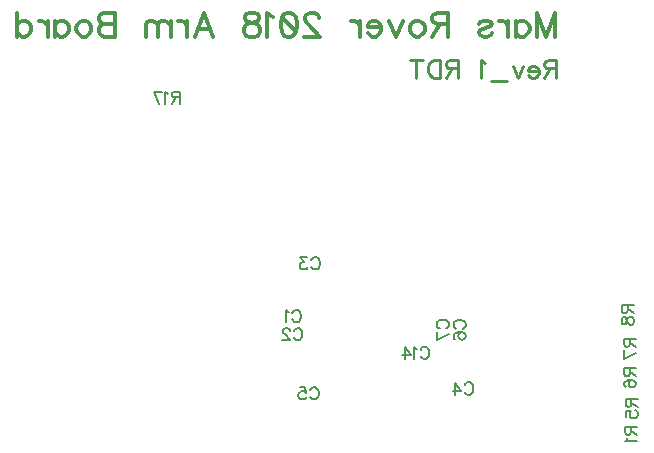
<source format=gbr>
G04 DipTrace 3.2.0.0*
G04 armboard1_layout_12PINCONNECTOR_BottomSilk.gbr*
%MOMM*%
G04 #@! TF.FileFunction,Legend,Bot*
G04 #@! TF.Part,Single*
%ADD93C,0.15*%
%ADD95C,0.31373*%
%ADD96C,0.23529*%
%FSLAX35Y35*%
G04*
G71*
G90*
G75*
G01*
G04 BotSilk*
%LPD*%
X-768795Y45371D2*
D93*
X-763966Y55029D1*
X-754195Y64800D1*
X-744537Y69629D1*
X-725107D1*
X-715337Y64800D1*
X-705678Y55029D1*
X-700737Y45371D1*
X-695907Y30771D1*
Y6400D1*
X-700737Y-8087D1*
X-705678Y-17858D1*
X-715337Y-27517D1*
X-725107Y-32458D1*
X-744537D1*
X-754195Y-27517D1*
X-763966Y-17858D1*
X-768795Y-8087D1*
X-798795Y50088D2*
X-808566Y55029D1*
X-823166Y69517D1*
Y-32458D1*
X-756951Y-107502D2*
X-752122Y-97844D1*
X-742351Y-88073D1*
X-732693Y-83244D1*
X-713264D1*
X-703493Y-88073D1*
X-693834Y-97844D1*
X-688893Y-107502D1*
X-684064Y-122102D1*
Y-146473D1*
X-688893Y-160961D1*
X-693834Y-170732D1*
X-703493Y-180390D1*
X-713264Y-185332D1*
X-732693D1*
X-742351Y-180390D1*
X-752122Y-170732D1*
X-756951Y-160961D1*
X-791893Y-107615D2*
Y-102785D1*
X-796722Y-93015D1*
X-801551Y-88185D1*
X-811322Y-83356D1*
X-830751D1*
X-840410Y-88185D1*
X-845239Y-93015D1*
X-850181Y-102785D1*
Y-112444D1*
X-845239Y-122215D1*
X-835581Y-136702D1*
X-786951Y-185332D1*
X-855010D1*
X-609411Y491491D2*
X-604582Y501149D1*
X-594811Y510920D1*
X-585153Y515749D1*
X-565724D1*
X-555953Y510920D1*
X-546294Y501149D1*
X-541353Y491491D1*
X-536524Y476891D1*
Y452520D1*
X-541353Y438033D1*
X-546294Y428262D1*
X-555953Y418603D1*
X-565724Y413662D1*
X-585153D1*
X-594811Y418603D1*
X-604582Y428262D1*
X-609411Y438033D1*
X-649182Y515637D2*
X-702528D1*
X-673441Y476779D1*
X-688041D1*
X-697699Y471949D1*
X-702528Y467120D1*
X-707470Y452520D1*
Y442862D1*
X-702528Y428262D1*
X-692870Y418491D1*
X-678270Y413662D1*
X-663670D1*
X-649182Y418491D1*
X-644353Y423433D1*
X-639411Y433091D1*
X689203Y-567896D2*
X694033Y-558237D1*
X703803Y-548466D1*
X713462Y-543637D1*
X732891D1*
X742662Y-548466D1*
X752320Y-558237D1*
X757262Y-567896D1*
X762091Y-582496D1*
Y-606866D1*
X757262Y-621354D1*
X752320Y-631125D1*
X742662Y-640783D1*
X732891Y-645725D1*
X713462D1*
X703803Y-640783D1*
X694033Y-631125D1*
X689203Y-621354D1*
X610574Y-645725D2*
Y-543749D1*
X659203Y-611696D1*
X586316D1*
X-619891Y-609642D2*
X-615062Y-599984D1*
X-605291Y-590213D1*
X-595633Y-585384D1*
X-576204D1*
X-566433Y-590213D1*
X-556774Y-599984D1*
X-551833Y-609642D1*
X-547004Y-624242D1*
Y-648613D1*
X-551833Y-663101D1*
X-556774Y-672872D1*
X-566433Y-682530D1*
X-576204Y-687472D1*
X-595633D1*
X-605291Y-682530D1*
X-615062Y-672872D1*
X-619891Y-663101D1*
X-708179Y-585496D2*
X-659662D1*
X-654833Y-629184D1*
X-659662Y-624355D1*
X-674262Y-619413D1*
X-688750D1*
X-703350Y-624355D1*
X-713121Y-634013D1*
X-717950Y-648613D1*
Y-658272D1*
X-713121Y-672872D1*
X-703350Y-682642D1*
X-688750Y-687472D1*
X-674262D1*
X-659662Y-682642D1*
X-654833Y-677701D1*
X-649891Y-668042D1*
X619142Y-88562D2*
X609484Y-83733D1*
X599713Y-73962D1*
X594884Y-64303D1*
Y-44874D1*
X599713Y-35103D1*
X609484Y-25445D1*
X619142Y-20503D1*
X633742Y-15674D1*
X658113D1*
X672601Y-20504D1*
X682372Y-25445D1*
X692030Y-35104D1*
X696972Y-44874D1*
Y-64304D1*
X692030Y-73962D1*
X682372Y-83733D1*
X672601Y-88562D1*
X609484Y-176849D2*
X599825Y-172020D1*
X594996Y-157420D1*
Y-147762D1*
X599825Y-133162D1*
X614426Y-123391D1*
X638684Y-118562D1*
X662942D1*
X682372Y-123391D1*
X692142Y-133162D1*
X696972Y-147762D1*
Y-152591D1*
X692142Y-167079D1*
X682372Y-176849D1*
X667772Y-181679D1*
X662942D1*
X648342Y-176849D1*
X638684Y-167079D1*
X633855Y-152591D1*
Y-147762D1*
X638684Y-133162D1*
X648342Y-123391D1*
X662942Y-118562D1*
X476256Y-86201D2*
X466597Y-81372D1*
X456827Y-71601D1*
X451997Y-61943D1*
Y-42513D1*
X456827Y-32743D1*
X466597Y-23084D1*
X476256Y-18143D1*
X490856Y-13314D1*
X515227D1*
X529714Y-18143D1*
X539485Y-23084D1*
X549143Y-32743D1*
X554085Y-42514D1*
Y-61943D1*
X549143Y-71601D1*
X539485Y-81372D1*
X529714Y-86201D1*
X554085Y-135630D2*
X452109Y-184259D1*
X452110Y-116201D1*
X317185Y-265812D2*
X322015Y-256154D1*
X331785Y-246383D1*
X341444Y-241554D1*
X360873D1*
X370644Y-246383D1*
X380302Y-256154D1*
X385244Y-265812D1*
X390073Y-280412D1*
Y-304783D1*
X385244Y-319271D1*
X380302Y-329042D1*
X370644Y-338700D1*
X360873Y-343642D1*
X341444D1*
X331785Y-338700D1*
X322015Y-329042D1*
X317185Y-319271D1*
X287185Y-261095D2*
X277415Y-256154D1*
X262815Y-241666D1*
Y-343642D1*
X184185D2*
Y-241666D1*
X232815Y-309612D1*
X159927D1*
X2096580Y-919275D2*
Y-962963D1*
X2091638Y-977563D1*
X2086809Y-982504D1*
X2077151Y-987334D1*
X2067380D1*
X2057721Y-982504D1*
X2052780Y-977563D1*
X2047951Y-962963D1*
Y-919275D1*
X2150038D1*
X2096580Y-953304D2*
X2150038Y-987334D1*
X2067492Y-1017334D2*
X2062551Y-1027104D1*
X2048063Y-1041704D1*
X2150038D1*
X2101540Y-680748D2*
Y-724436D1*
X2096598Y-739036D1*
X2091769Y-743977D1*
X2082111Y-748806D1*
X2072340D1*
X2062681Y-743977D1*
X2057740Y-739036D1*
X2052911Y-724436D1*
Y-680748D1*
X2154998D1*
X2101540Y-714777D2*
X2154998Y-748807D1*
X2053023Y-837094D2*
Y-788577D1*
X2096711Y-783748D1*
X2091881Y-788577D1*
X2086940Y-803177D1*
Y-817665D1*
X2091881Y-832265D1*
X2101540Y-842036D1*
X2116140Y-846865D1*
X2125798D1*
X2140398Y-842036D1*
X2150169Y-832265D1*
X2154998Y-817665D1*
Y-803177D1*
X2150169Y-788577D1*
X2145228Y-783748D1*
X2135569Y-778807D1*
X2086403Y-424172D2*
Y-467860D1*
X2081462Y-482460D1*
X2076632Y-487401D1*
X2066974Y-492231D1*
X2057203D1*
X2047545Y-487401D1*
X2042603Y-482460D1*
X2037774Y-467860D1*
Y-424172D1*
X2139862D1*
X2086403Y-458201D2*
X2139862Y-492231D1*
X2052374Y-580518D2*
X2042715Y-575689D1*
X2037886Y-561089D1*
Y-551430D1*
X2042715Y-536830D1*
X2057316Y-527060D1*
X2081574Y-522231D1*
X2105832D1*
X2125262Y-527060D1*
X2135032Y-536831D1*
X2139862Y-551431D1*
Y-556260D1*
X2135032Y-570747D1*
X2125262Y-580518D1*
X2110662Y-585347D1*
X2105832D1*
X2091232Y-580518D1*
X2081574Y-570747D1*
X2076745Y-556260D1*
Y-551430D1*
X2081574Y-536831D1*
X2091232Y-527060D1*
X2105832Y-522231D1*
X2086743Y-174561D2*
Y-218249D1*
X2081802Y-232849D1*
X2076972Y-237791D1*
X2067314Y-242620D1*
X2057543D1*
X2047885Y-237791D1*
X2042943Y-232849D1*
X2038114Y-218249D1*
Y-174561D1*
X2140202Y-174562D1*
X2086743Y-208591D2*
X2140202Y-242620D1*
Y-292049D2*
X2038226Y-340678D1*
Y-272620D1*
X2068937Y111936D2*
Y68248D1*
X2063995Y53648D1*
X2059166Y48707D1*
X2049507Y43877D1*
X2039737D1*
X2030078Y48707D1*
X2025137Y53648D1*
X2020307Y68248D1*
Y111936D1*
X2122395D1*
X2068937Y77907D2*
X2122395Y43877D1*
X2020420Y-10381D2*
X2025249Y4107D1*
X2034907Y9048D1*
X2044678D1*
X2054337Y4107D1*
X2059278Y-5552D1*
X2064107Y-24981D1*
X2068936Y-39581D1*
X2078707Y-49239D1*
X2088366Y-54069D1*
X2102966D1*
X2112624Y-49239D1*
X2117566Y-44410D1*
X2122395Y-29810D1*
Y-10381D1*
X2117566Y4107D1*
X2112624Y9048D1*
X2102966Y13877D1*
X2088366D1*
X2078707Y9048D1*
X2068937Y-723D1*
X2064107Y-15210D1*
X2059278Y-34639D1*
X2054336Y-44410D1*
X2044678Y-49239D1*
X2034907D1*
X2025249Y-44410D1*
X2020420Y-29810D1*
Y-10381D1*
X-1724633Y1870260D2*
X-1768321D1*
X-1782921Y1875202D1*
X-1787862Y1880031D1*
X-1792691Y1889689D1*
Y1899460D1*
X-1787862Y1909119D1*
X-1782921Y1914060D1*
X-1768321Y1918889D1*
X-1724633D1*
Y1816802D1*
X-1758662Y1870260D2*
X-1792691Y1816802D1*
X-1822691Y1899348D2*
X-1832462Y1904289D1*
X-1847062Y1918777D1*
Y1816802D1*
X-1896491D2*
X-1945121Y1918777D1*
X-1877062D1*
X1300974Y2384544D2*
D95*
Y2588720D1*
X1378691Y2384544D1*
X1456408Y2588720D1*
Y2384544D1*
X1121654Y2520661D2*
Y2384544D1*
Y2491461D2*
X1140971Y2511003D1*
X1160512Y2520661D1*
X1189488D1*
X1209029Y2511003D1*
X1228346Y2491461D1*
X1238229Y2462261D1*
Y2442944D1*
X1228346Y2413744D1*
X1209029Y2394428D1*
X1189488Y2384544D1*
X1160512D1*
X1140971Y2394428D1*
X1121654Y2413744D1*
X1058909Y2520661D2*
Y2384544D1*
Y2462261D2*
X1049026Y2491461D1*
X1029709Y2511003D1*
X1010167Y2520661D1*
X980967D1*
X811305Y2491461D2*
X820964Y2511003D1*
X850164Y2520661D1*
X879364D1*
X908564Y2511003D1*
X918222Y2491461D1*
X908564Y2472144D1*
X889022Y2462261D1*
X840505Y2452603D1*
X820964Y2442944D1*
X811305Y2423403D1*
Y2413744D1*
X820964Y2394428D1*
X850164Y2384544D1*
X879364D1*
X908564Y2394428D1*
X918222Y2413744D1*
X551046Y2491461D2*
X463670D1*
X434470Y2501344D1*
X424587Y2511003D1*
X414929Y2530320D1*
Y2549861D1*
X424587Y2569178D1*
X434470Y2579061D1*
X463670Y2588720D1*
X551046D1*
Y2384544D1*
X482987Y2491461D2*
X414929Y2384544D1*
X303667Y2520661D2*
X322984Y2511003D1*
X342525Y2491461D1*
X352184Y2462261D1*
Y2442944D1*
X342525Y2413744D1*
X322984Y2394428D1*
X303667Y2384544D1*
X274467D1*
X254925Y2394428D1*
X235608Y2413744D1*
X225725Y2442944D1*
Y2462261D1*
X235608Y2491461D1*
X254925Y2511003D1*
X274467Y2520661D1*
X303667D1*
X162980D2*
X104580Y2384544D1*
X46405Y2520661D1*
X-16340Y2462261D2*
X-132916D1*
Y2481803D1*
X-123257Y2501344D1*
X-113599Y2511003D1*
X-94057Y2520661D1*
X-64857D1*
X-45540Y2511003D1*
X-25999Y2491461D1*
X-16340Y2462261D1*
Y2442944D1*
X-25999Y2413744D1*
X-45540Y2394428D1*
X-64857Y2384544D1*
X-94057D1*
X-113599Y2394428D1*
X-132916Y2413744D1*
X-195661Y2520661D2*
Y2384544D1*
Y2462261D2*
X-205544Y2491461D1*
X-224861Y2511003D1*
X-244402Y2520661D1*
X-273602D1*
X-543745Y2539978D2*
Y2549637D1*
X-553403Y2569178D1*
X-563062Y2578837D1*
X-582603Y2588495D1*
X-621462D1*
X-640779Y2578837D1*
X-650437Y2569178D1*
X-660320Y2549637D1*
Y2530320D1*
X-650437Y2510778D1*
X-631120Y2481803D1*
X-533862Y2384544D1*
X-669979D1*
X-791124Y2588495D2*
X-761924Y2578837D1*
X-742382Y2549637D1*
X-732724Y2501120D1*
Y2471920D1*
X-742382Y2423403D1*
X-761924Y2394203D1*
X-791124Y2384544D1*
X-810441D1*
X-839641Y2394203D1*
X-858958Y2423403D1*
X-868841Y2471920D1*
Y2501120D1*
X-858958Y2549637D1*
X-839641Y2578837D1*
X-810441Y2588495D1*
X-791124D1*
X-858958Y2549637D2*
X-742382Y2423403D1*
X-931586Y2549637D2*
X-951127Y2559520D1*
X-980327Y2588495D1*
Y2384544D1*
X-1091589Y2588495D2*
X-1062614Y2578837D1*
X-1052731Y2559520D1*
Y2539978D1*
X-1062614Y2520661D1*
X-1081931Y2510778D1*
X-1120789Y2501120D1*
X-1149989Y2491461D1*
X-1169306Y2471920D1*
X-1178965Y2452603D1*
Y2423403D1*
X-1169306Y2404086D1*
X-1159648Y2394203D1*
X-1130448Y2384544D1*
X-1091589D1*
X-1062614Y2394203D1*
X-1052731Y2404086D1*
X-1043072Y2423403D1*
Y2452603D1*
X-1052731Y2471920D1*
X-1072272Y2491461D1*
X-1101248Y2501120D1*
X-1140106Y2510778D1*
X-1159648Y2520661D1*
X-1169306Y2539978D1*
Y2559520D1*
X-1159648Y2578837D1*
X-1130448Y2588495D1*
X-1091589D1*
X-1594883Y2384544D2*
X-1516941Y2588720D1*
X-1439224Y2384544D1*
X-1468424Y2452603D2*
X-1565683D1*
X-1657628Y2520661D2*
Y2384544D1*
Y2462261D2*
X-1667511Y2491461D1*
X-1686828Y2511003D1*
X-1706369Y2520661D1*
X-1735569D1*
X-1798314D2*
Y2384544D1*
Y2481803D2*
X-1827514Y2511003D1*
X-1847056Y2520661D1*
X-1876031D1*
X-1895573Y2511003D1*
X-1905231Y2481803D1*
Y2384544D1*
Y2481803D2*
X-1934431Y2511003D1*
X-1953973Y2520661D1*
X-1982948D1*
X-2002490Y2511003D1*
X-2012373Y2481803D1*
Y2384544D1*
X-2272632Y2588720D2*
Y2384544D1*
X-2360232D1*
X-2389432Y2394428D1*
X-2399091Y2404086D1*
X-2408749Y2423403D1*
Y2452603D1*
X-2399091Y2472144D1*
X-2389432Y2481803D1*
X-2360232Y2491461D1*
X-2389432Y2501344D1*
X-2399091Y2511003D1*
X-2408749Y2530320D1*
Y2549861D1*
X-2399091Y2569178D1*
X-2389432Y2579061D1*
X-2360232Y2588720D1*
X-2272632D1*
Y2491461D2*
X-2360232D1*
X-2520011Y2520661D2*
X-2500694Y2511003D1*
X-2481153Y2491461D1*
X-2471494Y2462261D1*
Y2442944D1*
X-2481153Y2413744D1*
X-2500694Y2394428D1*
X-2520011Y2384544D1*
X-2549211D1*
X-2568753Y2394428D1*
X-2588070Y2413744D1*
X-2597953Y2442944D1*
Y2462261D1*
X-2588070Y2491461D1*
X-2568753Y2511003D1*
X-2549211Y2520661D1*
X-2520011D1*
X-2777273D2*
Y2384544D1*
Y2491461D2*
X-2757956Y2511003D1*
X-2738415Y2520661D1*
X-2709439D1*
X-2689898Y2511003D1*
X-2670581Y2491461D1*
X-2660698Y2462261D1*
Y2442944D1*
X-2670581Y2413744D1*
X-2689898Y2394428D1*
X-2709439Y2384544D1*
X-2738415D1*
X-2757956Y2394428D1*
X-2777273Y2413744D1*
X-2840018Y2520661D2*
Y2384544D1*
Y2462261D2*
X-2849901Y2491461D1*
X-2869218Y2511003D1*
X-2888760Y2520661D1*
X-2917960D1*
X-3097280Y2588720D2*
Y2384544D1*
Y2491461D2*
X-3077963Y2511003D1*
X-3058422Y2520661D1*
X-3029222D1*
X-3009905Y2511003D1*
X-2990363Y2491461D1*
X-2980705Y2462261D1*
Y2442944D1*
X-2990363Y2413744D1*
X-3009905Y2394428D1*
X-3029222Y2384544D1*
X-3058422D1*
X-3077963Y2394428D1*
X-3097280Y2413744D1*
X1466031Y2115706D2*
D96*
X1400499D1*
X1378599Y2123118D1*
X1371187Y2130362D1*
X1363943Y2144850D1*
Y2159506D1*
X1371187Y2173994D1*
X1378599Y2181406D1*
X1400499Y2188650D1*
X1466031D1*
Y2035518D1*
X1414987Y2115706D2*
X1363943Y2035518D1*
X1316884Y2093806D2*
X1229453D1*
Y2108462D1*
X1236697Y2123118D1*
X1243941Y2130362D1*
X1258597Y2137606D1*
X1280497D1*
X1294984Y2130362D1*
X1309641Y2115706D1*
X1316884Y2093806D1*
Y2079318D1*
X1309641Y2057418D1*
X1294984Y2042931D1*
X1280497Y2035518D1*
X1258597D1*
X1243941Y2042931D1*
X1229453Y2057418D1*
X1182394Y2137606D2*
X1138594Y2035518D1*
X1094963Y2137606D1*
X1047904Y2010249D2*
X909428D1*
X862369Y2159338D2*
X847713Y2166750D1*
X825813Y2188481D1*
Y2035518D1*
X630619Y2115706D2*
X565087D1*
X543187Y2123118D1*
X535775Y2130362D1*
X528531Y2144850D1*
Y2159506D1*
X535775Y2173994D1*
X543187Y2181406D1*
X565087Y2188650D1*
X630619D1*
Y2035518D1*
X579575Y2115706D2*
X528531Y2035518D1*
X481472Y2188650D2*
Y2035518D1*
X430428D1*
X408528Y2042931D1*
X393872Y2057418D1*
X386628Y2072075D1*
X379385Y2093806D1*
Y2130362D1*
X386628Y2152262D1*
X393872Y2166750D1*
X408528Y2181406D1*
X430428Y2188650D1*
X481472D1*
X281282D2*
Y2035518D1*
X332326Y2188650D2*
X230238D1*
M02*

</source>
